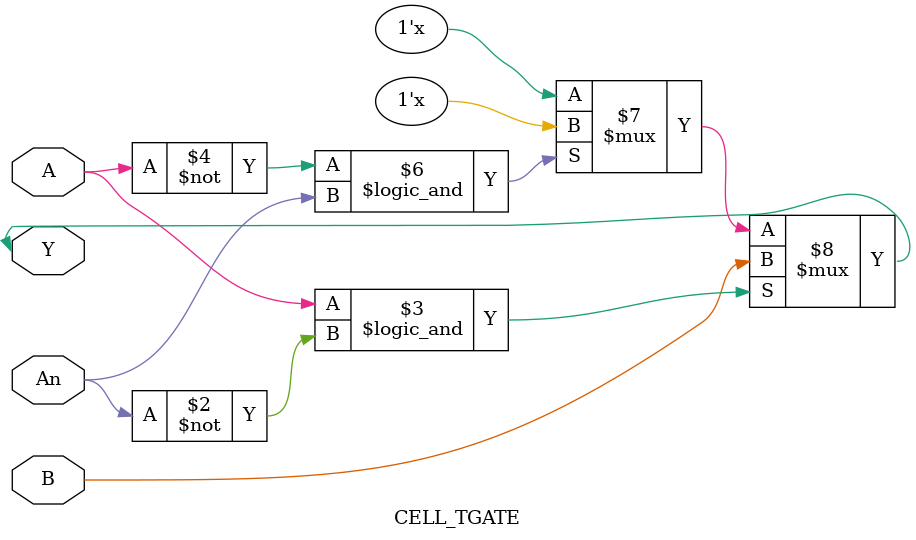
<source format=v>


module CELL_TGATE ( Y, A, An, B );

  input A;
  input An;

  inout Y;
  input B;

  wire A,An,B,Y;

  assign Y = (A == 1) && (An == 0) ? B : 
	         (A == 0) && (An == 1) ? 1'bZ : 1'BX;

endmodule

</source>
